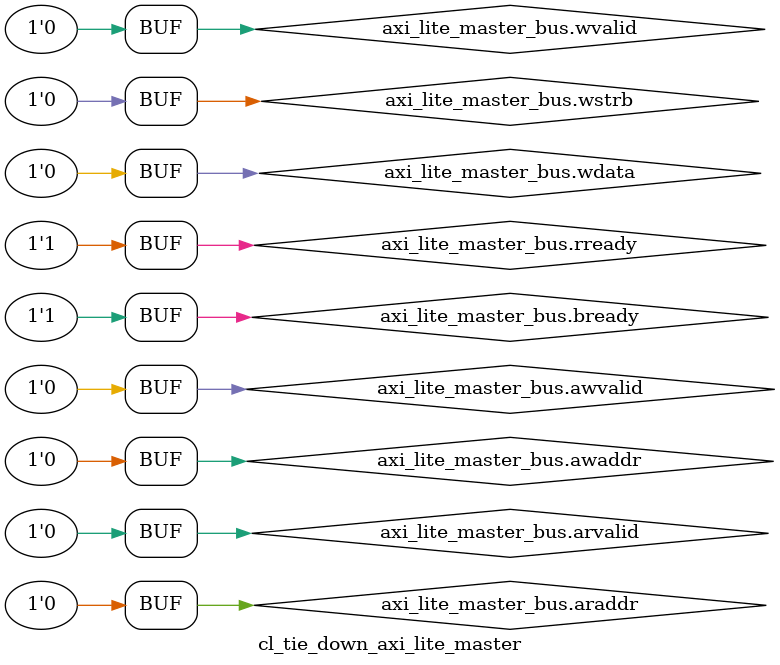
<source format=sv>

module cl_tie_down_axi_lite_master (
    axi_lite_if.master axi_lite_master_bus);

    assign axi_lite_master_bus.awaddr  = '0;
    assign axi_lite_master_bus.awvalid = '0;
    assign axi_lite_master_bus.wdata   = '0;
    assign axi_lite_master_bus.wstrb   = '0;
    assign axi_lite_master_bus.wvalid  = '0;
    assign axi_lite_master_bus.bready  = '1;
    assign axi_lite_master_bus.araddr  = '0;
    assign axi_lite_master_bus.arvalid = '0;
    assign axi_lite_master_bus.rready  = '1;

    // Note : The ready signals are tied up so not to block the interface if for
    // any reason responses would arrive to this master.

endmodule // cl_tie_down_axi_lite_master

</source>
